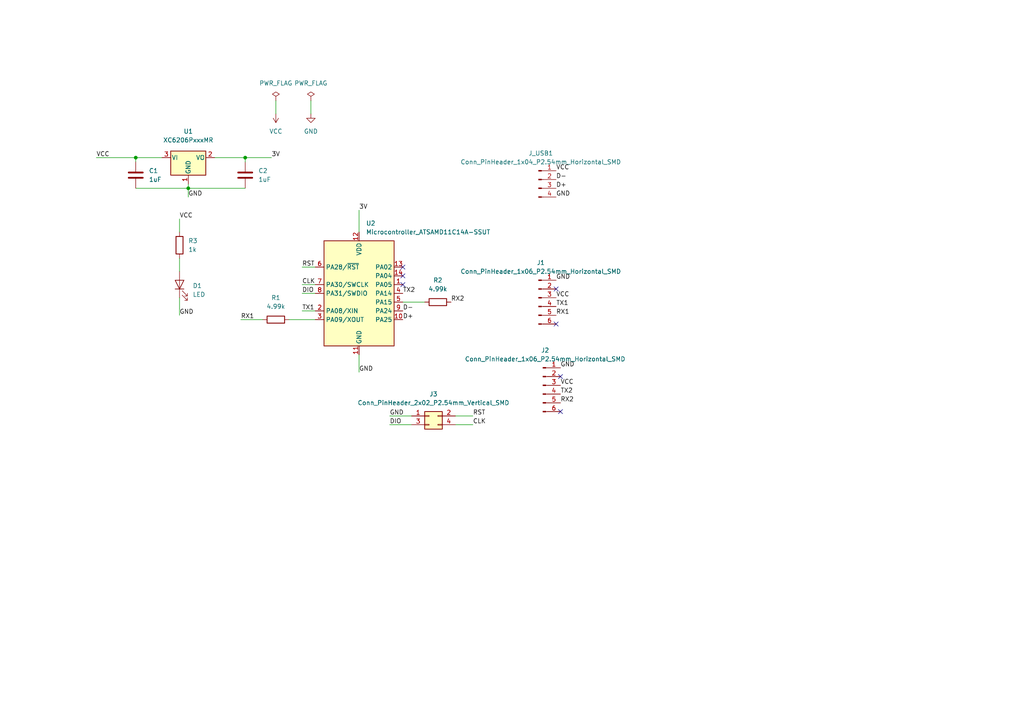
<source format=kicad_sch>
(kicad_sch (version 20211123) (generator eeschema)
  (paper "A4")
  (lib_symbols
    (symbol "Regulator_Linear:XC6206PxxxMR" (pin_names (offset 0.254))
      (property "Reference" "U" (at -3.81 3.175 0))
      (property "Value" "XC6206PxxxMR" (at 0 3.175 0))
      (symbol "XC6206PxxxMR_0_1"
        (rectangle (start -5.08 1.905) (end 5.08 -5.08) (stroke (width 0.254)) (fill (type background)))
      )
      (symbol "XC6206PxxxMR_1_1"
        (pin power_in line (at 0 -7.62 90) (length 2.54) (name "GND") (number "1"))
        (pin power_out line (at 7.62 0 180) (length 2.54) (name "VO") (number "2"))
        (pin power_in line (at -7.62 0 0) (length 2.54) (name "VI") (number "3"))
      )
    )
    (symbol "fab:C" (pin_numbers hide) (pin_names (offset 0.254))
      (property "Reference" "C" (at 0.635 2.54 0))
      (property "Value" "C" (at 0.635 -2.54 0))
      (symbol "C_0_1"
        (polyline (pts (xy -2.032 -0.762) (xy 2.032 -0.762)) (stroke (width 0.508)))
        (polyline (pts (xy -2.032 0.762) (xy 2.032 0.762)) (stroke (width 0.508)))
      )
      (symbol "C_1_1"
        (pin passive line (at 0 3.81 270) (length 2.794) (name "~") (number "1"))
        (pin passive line (at 0 -3.81 90) (length 2.794) (name "~") (number "2"))
      )
    )
    (symbol "fab:Conn_PinHeader_1x04_P2.54mm_Horizontal_SMD" (pin_names (offset 1.016) hide)
      (property "Reference" "J" (at 0 5.08 0))
      (property "Value" "Conn_PinHeader_1x04_P2.54mm_Horizontal_SMD" (at 0 -7.62 0))
      (symbol "Conn_PinHeader_1x04_P2.54mm_Horizontal_SMD_1_1"
        (polyline (pts (xy 1.27 -5.08) (xy 0.8636 -5.08)) (stroke (width 0.1524)))
        (polyline (pts (xy 1.27 -2.54) (xy 0.8636 -2.54)) (stroke (width 0.1524)))
        (polyline (pts (xy 1.27 0) (xy 0.8636 0)) (stroke (width 0.1524)))
        (polyline (pts (xy 1.27 2.54) (xy 0.8636 2.54)) (stroke (width 0.1524)))
        (rectangle (start 0.8636 -4.953) (end 0 -5.207) (stroke (width 0.1524)) (fill (type outline)))
        (rectangle (start 0.8636 -2.413) (end 0 -2.667) (stroke (width 0.1524)) (fill (type outline)))
        (rectangle (start 0.8636 0.127) (end 0 -0.127) (stroke (width 0.1524)) (fill (type outline)))
        (rectangle (start 0.8636 2.667) (end 0 2.413) (stroke (width 0.1524)) (fill (type outline)))
        (pin passive line (at 5.08 2.54 180) (length 3.81) (name "Pin_1") (number "1"))
        (pin passive line (at 5.08 0 180) (length 3.81) (name "Pin_2") (number "2"))
        (pin passive line (at 5.08 -2.54 180) (length 3.81) (name "Pin_3") (number "3"))
        (pin passive line (at 5.08 -5.08 180) (length 3.81) (name "Pin_4") (number "4"))
      )
    )
    (symbol "fab:Conn_PinHeader_1x06_P2.54mm_Horizontal_SMD" (pin_names (offset 1.016) hide)
      (property "Reference" "J" (at 0 7.62 0))
      (property "Value" "Conn_PinHeader_1x06_P2.54mm_Horizontal_SMD" (at 0 -10.16 0))
      (symbol "Conn_PinHeader_1x06_P2.54mm_Horizontal_SMD_1_1"
        (polyline (pts (xy 1.27 -7.62) (xy 0.8636 -7.62)) (stroke (width 0.1524)))
        (polyline (pts (xy 1.27 -5.08) (xy 0.8636 -5.08)) (stroke (width 0.1524)))
        (polyline (pts (xy 1.27 -2.54) (xy 0.8636 -2.54)) (stroke (width 0.1524)))
        (polyline (pts (xy 1.27 0) (xy 0.8636 0)) (stroke (width 0.1524)))
        (polyline (pts (xy 1.27 2.54) (xy 0.8636 2.54)) (stroke (width 0.1524)))
        (polyline (pts (xy 1.27 5.08) (xy 0.8636 5.08)) (stroke (width 0.1524)))
        (rectangle (start 0.8636 -7.493) (end 0 -7.747) (stroke (width 0.1524)) (fill (type outline)))
        (rectangle (start 0.8636 -4.953) (end 0 -5.207) (stroke (width 0.1524)) (fill (type outline)))
        (rectangle (start 0.8636 -2.413) (end 0 -2.667) (stroke (width 0.1524)) (fill (type outline)))
        (rectangle (start 0.8636 0.127) (end 0 -0.127) (stroke (width 0.1524)) (fill (type outline)))
        (rectangle (start 0.8636 2.667) (end 0 2.413) (stroke (width 0.1524)) (fill (type outline)))
        (rectangle (start 0.8636 5.207) (end 0 4.953) (stroke (width 0.1524)) (fill (type outline)))
        (pin passive line (at 5.08 5.08 180) (length 3.81) (name "Pin_1") (number "1"))
        (pin passive line (at 5.08 2.54 180) (length 3.81) (name "Pin_2") (number "2"))
        (pin passive line (at 5.08 0 180) (length 3.81) (name "Pin_3") (number "3"))
        (pin passive line (at 5.08 -2.54 180) (length 3.81) (name "Pin_4") (number "4"))
        (pin passive line (at 5.08 -5.08 180) (length 3.81) (name "Pin_5") (number "5"))
        (pin passive line (at 5.08 -7.62 180) (length 3.81) (name "Pin_6") (number "6"))
      )
    )
    (symbol "fab:Conn_PinHeader_2x02_P2.54mm_Vertical_SMD" (pin_names (offset 1.016) hide)
      (property "Reference" "J" (at 1.27 2.54 0))
      (property "Value" "Conn_PinHeader_2x02_P2.54mm_Vertical_SMD" (at 1.27 -5.08 0))
      (symbol "Conn_PinHeader_2x02_P2.54mm_Vertical_SMD_1_1"
        (rectangle (start -1.27 -2.413) (end 0 -2.667) (stroke (width 0.1524)))
        (rectangle (start -1.27 0.127) (end 0 -0.127) (stroke (width 0.1524)))
        (rectangle (start -1.27 1.27) (end 3.81 -3.81) (stroke (width 0.254)) (fill (type background)))
        (rectangle (start 3.81 -2.413) (end 2.54 -2.667) (stroke (width 0.1524)))
        (rectangle (start 3.81 0.127) (end 2.54 -0.127) (stroke (width 0.1524)))
        (pin passive line (at -5.08 0 0) (length 3.81) (name "Pin_1") (number "1"))
        (pin passive line (at 7.62 0 180) (length 3.81) (name "Pin_2") (number "2"))
        (pin passive line (at -5.08 -2.54 0) (length 3.81) (name "Pin_3") (number "3"))
        (pin passive line (at 7.62 -2.54 180) (length 3.81) (name "Pin_4") (number "4"))
      )
    )
    (symbol "fab:LED" (pin_numbers hide) (pin_names (offset 1.016) hide)
      (property "Reference" "D" (at 0 2.54 0))
      (property "Value" "LED" (at 0 -2.54 0))
      (symbol "LED_0_1"
        (polyline (pts (xy -1.27 -1.27) (xy -1.27 1.27)) (stroke (width 0.2032)))
        (polyline (pts (xy -1.27 0) (xy 1.27 0)))
        (polyline (pts (xy 1.27 -1.27) (xy 1.27 1.27) (xy -1.27 0) (xy 1.27 -1.27)) (stroke (width 0.2032)))
        (polyline (pts (xy -3.048 -0.762) (xy -4.572 -2.286) (xy -3.81 -2.286) (xy -4.572 -2.286) (xy -4.572 -1.524)))
        (polyline (pts (xy -1.778 -0.762) (xy -3.302 -2.286) (xy -2.54 -2.286) (xy -3.302 -2.286) (xy -3.302 -1.524)))
      )
      (symbol "LED_1_1"
        (pin passive line (at -3.81 0 0) (length 2.54) (name "K") (number "1"))
        (pin passive line (at 3.81 0 180) (length 2.54) (name "A") (number "2"))
      )
    )
    (symbol "fab:Microcontroller_ATSAMD11C14A-SSUT"
      (property "Reference" "U" (at -10.16 16.51 0))
      (property "Value" "Microcontroller_ATSAMD11C14A-SSUT" (at 1.27 16.51 0))
      (symbol "Microcontroller_ATSAMD11C14A-SSUT_0_1"
        (rectangle (start -10.16 15.24) (end 10.16 -15.24) (stroke (width 0.254)) (fill (type background)))
      )
      (symbol "Microcontroller_ATSAMD11C14A-SSUT_1_1"
        (pin bidirectional line (at 12.7 2.54 180) (length 2.54) (name "PA05") (number "1"))
        (pin bidirectional line (at 12.7 -7.62 180) (length 2.54) (name "PA25") (number "10"))
        (pin power_in line (at 0 -17.78 90) (length 2.54) (name "GND") (number "11"))
        (pin power_in line (at 0 17.78 270) (length 2.54) (name "VDD") (number "12"))
        (pin bidirectional line (at 12.7 7.62 180) (length 2.54) (name "PA02") (number "13"))
        (pin bidirectional line (at 12.7 5.08 180) (length 2.54) (name "PA04") (number "14"))
        (pin bidirectional line (at -12.7 -5.08 0) (length 2.54) (name "PA08/XIN") (number "2"))
        (pin bidirectional line (at -12.7 -7.62 0) (length 2.54) (name "PA09/XOUT") (number "3"))
        (pin bidirectional line (at 12.7 0 180) (length 2.54) (name "PA14") (number "4"))
        (pin bidirectional line (at 12.7 -2.54 180) (length 2.54) (name "PA15") (number "5"))
        (pin bidirectional line (at -12.7 7.62 0) (length 2.54) (name "PA28/~{RST}") (number "6"))
        (pin bidirectional line (at -12.7 2.54 0) (length 2.54) (name "PA30/SWCLK") (number "7"))
        (pin bidirectional line (at -12.7 0 0) (length 2.54) (name "PA31/SWDIO") (number "8"))
        (pin bidirectional line (at 12.7 -5.08 180) (length 2.54) (name "PA24") (number "9"))
      )
    )
    (symbol "fab:Power_GND" (power) (pin_names (offset 0))
      (property "Value" "Power_GND" (at 0 -3.81 0))
      (symbol "Power_GND_0_1"
        (polyline (pts (xy 0 0) (xy 0 -1.27) (xy 1.27 -1.27) (xy 0 -2.54) (xy -1.27 -1.27) (xy 0 -1.27)))
      )
      (symbol "Power_GND_1_1"
        (pin power_in line (at 0 0 270) (length 0) hide (name "GND") (number "1"))
      )
    )
    (symbol "fab:R" (pin_numbers hide) (pin_names (offset 0))
      (property "Reference" "R" (at 2.032 0 90))
      (property "Value" "R" (at 0 0 90))
      (symbol "R_0_1"
        (rectangle (start -1.016 -2.54) (end 1.016 2.54) (stroke (width 0.254)))
      )
      (symbol "R_1_1"
        (pin passive line (at 0 3.81 270) (length 1.27) (name "~") (number "1"))
        (pin passive line (at 0 -3.81 90) (length 1.27) (name "~") (number "2"))
      )
    )
    (symbol "power:PWR_FLAG" (power) (pin_numbers hide) (pin_names (offset 0) hide)
      (property "Value" "PWR_FLAG" (at 0 3.81 0))
      (symbol "PWR_FLAG_0_0"
        (pin power_out line (at 0 0 90) (length 0) (name "pwr") (number "1"))
      )
      (symbol "PWR_FLAG_0_1"
        (polyline (pts (xy 0 0) (xy 0 1.27) (xy -1.016 1.905) (xy 0 2.54) (xy 1.016 1.905) (xy 0 1.27)))
      )
    )
    (symbol "power:VCC" (power) (pin_names (offset 0))
      (property "Value" "VCC" (at 0 3.81 0))
      (symbol "VCC_0_1"
        (polyline (pts (xy -0.762 1.27) (xy 0 2.54)))
        (polyline (pts (xy 0 0) (xy 0 2.54)))
        (polyline (pts (xy 0 2.54) (xy 0.762 1.27)))
      )
      (symbol "VCC_1_1"
        (pin power_in line (at 0 0 90) (length 0) hide (name "VCC") (number "1"))
      )
    )
  )
  (junction (at 71.12 45.72))
  (junction (at 39.37 45.72))
  (junction (at 54.61 54.61))
  (no_connect (at 162.56 109.22))
  (no_connect (at 161.29 93.98))
  (no_connect (at 161.29 83.82))
  (no_connect (at 162.56 119.38))
  (no_connect (at 116.84 77.47))
  (no_connect (at 116.84 80.01))
  (no_connect (at 116.84 82.55))
  (wire (pts (xy 39.37 45.72) (xy 39.37 46.99)))
  (wire (pts (xy 52.07 74.93) (xy 52.07 78.74)))
  (wire (pts (xy 113.03 120.65) (xy 119.38 120.65)))
  (wire (pts (xy 104.14 102.87) (xy 104.14 107.95)))
  (wire (pts (xy 104.14 60.96) (xy 104.14 67.31)))
  (wire (pts (xy 54.61 54.61) (xy 71.12 54.61)))
  (wire (pts (xy 132.08 123.19) (xy 137.16 123.19)))
  (wire (pts (xy 52.07 86.36) (xy 52.07 91.44)))
  (wire (pts (xy 87.63 82.55) (xy 91.44 82.55)))
  (wire (pts (xy 87.63 85.09) (xy 91.44 85.09)))
  (wire (pts (xy 62.23 45.72) (xy 71.12 45.72)))
  (wire (pts (xy 87.63 77.47) (xy 91.44 77.47)))
  (wire (pts (xy 69.85 92.71) (xy 76.2 92.71)))
  (wire (pts (xy 71.12 45.72) (xy 71.12 46.99)))
  (wire (pts (xy 27.94 45.72) (xy 39.37 45.72)))
  (wire (pts (xy 54.61 53.34) (xy 54.61 54.61)))
  (wire (pts (xy 90.17 29.21) (xy 90.17 33.02)))
  (wire (pts (xy 52.07 63.5) (xy 52.07 67.31)))
  (wire (pts (xy 71.12 45.72) (xy 78.74 45.72)))
  (wire (pts (xy 132.08 120.65) (xy 137.16 120.65)))
  (wire (pts (xy 80.01 29.21) (xy 80.01 33.02)))
  (wire (pts (xy 39.37 54.61) (xy 54.61 54.61)))
  (wire (pts (xy 116.84 87.63) (xy 123.19 87.63)))
  (wire (pts (xy 87.63 90.17) (xy 91.44 90.17)))
  (wire (pts (xy 54.61 54.61) (xy 54.61 57.15)))
  (wire (pts (xy 113.03 123.19) (xy 119.38 123.19)))
  (wire (pts (xy 83.82 92.71) (xy 91.44 92.71)))
  (wire (pts (xy 39.37 45.72) (xy 46.99 45.72)))
  (label "TX1" (at 161.29 88.9 0))
  (label "DIO" (at 87.63 85.09 0))
  (label "D-" (at 116.84 90.17 0))
  (label "GND" (at 161.29 81.28 0))
  (label "RST" (at 137.16 120.65 0))
  (label "3V" (at 78.74 45.72 0))
  (label "GND" (at 54.61 57.15 0))
  (label "VCC" (at 27.94 45.72 0))
  (label "GND" (at 161.29 57.15 0))
  (label "VCC" (at 161.29 49.53 0))
  (label "3V" (at 104.14 60.96 0))
  (label "RX1" (at 161.29 91.44 0))
  (label "GND" (at 113.03 120.65 0))
  (label "CLK" (at 87.63 82.55 0))
  (label "D+" (at 161.29 54.61 0))
  (label "RX1" (at 69.85 92.71 0))
  (label "D+" (at 116.84 92.71 0))
  (label "TX1" (at 87.63 90.17 0))
  (label "TX2" (at 162.56 114.3 0))
  (label "RX2" (at 130.81 87.63 0))
  (label "GND" (at 162.56 106.68 0))
  (label "RX2" (at 162.56 116.84 0))
  (label "VCC" (at 162.56 111.76 0))
  (label "VCC" (at 161.29 86.36 0))
  (label "CLK" (at 137.16 123.19 0))
  (label "DIO" (at 113.03 123.19 0))
  (label "VCC" (at 52.07 63.5 0))
  (label "GND" (at 104.14 107.95 0))
  (label "D-" (at 161.29 52.07 0))
  (label "RST" (at 87.63 77.47 0))
  (label "TX2" (at 116.84 85.09 0))
  (label "GND" (at 52.07 91.44 0))
  (symbol (lib_id "power:VCC") (at 80.01 33.02 180) (unit 1)
    (property "Reference" "#PWR01" (effects hide))
    (property "Value" "VCC" (at 80.01 38.1 0))
  )
  (symbol (lib_id "fab:C") (at 39.37 50.8 0) (unit 1)
    (property "Reference" "C1" (at 43.18 49.5299 0) (effects (justify left)))
    (property "Value" "1uF" (at 43.18 52.0699 0) (effects (justify left)))
    (property "Footprint" "fab:C_1206" (effects hide))
  )
  (symbol (lib_id "fab:Conn_PinHeader_1x06_P2.54mm_Horizontal_SMD") (at 157.48 111.76 0) (unit 1)
    (property "Reference" "J2" (at 158.115 101.6 0))
    (property "Value" "Conn_PinHeader_1x06_P2.54mm_Horizontal_SMD" (at 158.115 104.14 0))
    (property "Footprint" "fab:PinHeader_1x06_P2.54mm_Horizontal_SMD" (effects hide))
  )
  (symbol (lib_id "fab:Microcontroller_ATSAMD11C14A-SSUT") (at 104.14 85.09 0) (unit 1)
    (property "Reference" "U2" (at 106.1594 64.77 0) (effects (justify left)))
    (property "Value" "Microcontroller_ATSAMD11C14A-SSUT" (at 106.1594 67.31 0) (effects (justify left)))
    (property "Footprint" "fab:SOIC-14_3.9x8.7mm_P1.27mm" (effects hide))
    (property "Datasheet" "https://ww1.microchip.com/downloads/en/DeviceDoc/Atmel-42363-SAM-D11_Datasheet.pdf" (effects hide))
  )
  (symbol (lib_id "fab:R") (at 127 87.63 90) (unit 1)
    (property "Reference" "R2" (at 127 81.28 90))
    (property "Value" "4.99k" (at 127 83.82 90))
    (property "Footprint" "fab:R_1206" (effects hide))
  )
  (symbol (lib_id "fab:Conn_PinHeader_1x06_P2.54mm_Horizontal_SMD") (at 156.21 86.36 0) (unit 1)
    (property "Reference" "J1" (at 156.845 76.2 0))
    (property "Value" "Conn_PinHeader_1x06_P2.54mm_Horizontal_SMD" (at 156.845 78.74 0))
    (property "Footprint" "fab:PinHeader_1x06_P2.54mm_Horizontal_SMD" (effects hide))
  )
  (symbol (lib_id "fab:Conn_PinHeader_2x02_P2.54mm_Vertical_SMD") (at 124.46 120.65 0) (unit 1)
    (property "Reference" "J3" (at 125.73 114.3 0))
    (property "Value" "Conn_PinHeader_2x02_P2.54mm_Vertical_SMD" (at 125.73 116.84 0))
    (property "Footprint" "fab:PinHeader_2x02_P2.54mm_Vertical_SMD" (effects hide))
    (property "Datasheet" "https://cdn.amphenol-icc.com/media/wysiwyg/files/drawing/95278.pdf" (effects hide))
  )
  (symbol (lib_id "fab:R") (at 52.07 71.12 0) (unit 1)
    (property "Reference" "R3" (at 54.61 69.8499 0) (effects (justify left)))
    (property "Value" "1k" (at 54.61 72.3899 0) (effects (justify left)))
    (property "Footprint" "fab:R_1206" (effects hide))
  )
  (symbol (lib_id "fab:Power_GND") (at 90.17 33.02 0) (unit 1)
    (property "Reference" "#PWR02" (effects hide))
    (property "Value" "Power_GND" (at 90.17 38.1 0))
  )
  (symbol (lib_id "fab:C") (at 71.12 50.8 0) (unit 1)
    (property "Reference" "C2" (at 74.93 49.5299 0) (effects (justify left)))
    (property "Value" "1uF" (at 74.93 52.0699 0) (effects (justify left)))
    (property "Footprint" "fab:C_1206" (effects hide))
  )
  (symbol (lib_id "power:PWR_FLAG") (at 80.01 29.21 0) (unit 1)
    (property "Reference" "#FLG01" (effects hide))
    (property "Value" "PWR_FLAG" (at 80.01 24.13 0))
  )
  (symbol (lib_id "fab:Conn_PinHeader_1x04_P2.54mm_Horizontal_SMD") (at 156.21 52.07 0) (unit 1)
    (property "Reference" "J_USB1" (at 156.845 44.45 0))
    (property "Value" "Conn_PinHeader_1x04_P2.54mm_Horizontal_SMD" (at 156.845 46.99 0))
    (property "Footprint" "fab:PinHeader_1x04_P2.54mm_Horizontal_SMD" (effects hide))
  )
  (symbol (lib_id "fab:LED") (at 52.07 82.55 90) (unit 1)
    (property "Reference" "D1" (at 55.88 82.8801 90) (effects (justify right)))
    (property "Value" "LED" (at 55.88 85.4201 90) (effects (justify right)))
    (property "Footprint" "fab:LED_1206" (effects hide))
    (property "Datasheet" "https://optoelectronics.liteon.com/upload/download/DS-22-98-0002/LTST-C150CKT.pdf" (effects hide))
  )
  (symbol (lib_id "power:PWR_FLAG") (at 90.17 29.21 0) (unit 1)
    (property "Reference" "#FLG02" (effects hide))
    (property "Value" "PWR_FLAG" (at 90.17 24.13 0))
  )
  (symbol (lib_id "fab:R") (at 80.01 92.71 90) (unit 1)
    (property "Reference" "R1" (at 80.01 86.36 90))
    (property "Value" "4.99k" (at 80.01 88.9 90))
    (property "Footprint" "fab:R_1206" (effects hide))
  )
  (symbol (lib_id "Regulator_Linear:XC6206PxxxMR") (at 54.61 45.72 0) (unit 1)
    (property "Reference" "U1" (at 54.61 38.1 0))
    (property "Value" "XC6206PxxxMR" (at 54.61 40.64 0))
    (property "Footprint" "Package_TO_SOT_SMD:SOT-23" (effects hide))
    (property "Datasheet" "https://www.torexsemi.com/file/xc6206/XC6206.pdf" (effects hide))
  )
)
</source>
